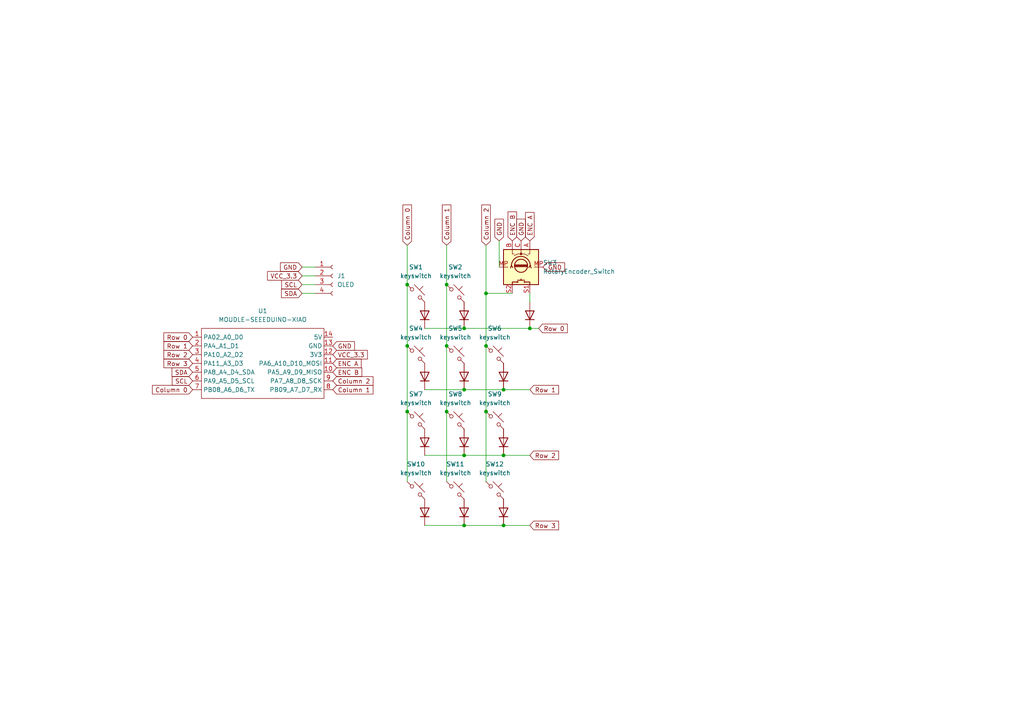
<source format=kicad_sch>
(kicad_sch
	(version 20250114)
	(generator "eeschema")
	(generator_version "9.0")
	(uuid "04506838-8c22-4053-a1b8-cf7d5ddb23d6")
	(paper "A4")
	(lib_symbols
		(symbol "Connector:Conn_01x04_Socket"
			(pin_names
				(offset 1.016)
				(hide yes)
			)
			(exclude_from_sim no)
			(in_bom yes)
			(on_board yes)
			(property "Reference" "J"
				(at 0 5.08 0)
				(effects
					(font
						(size 1.27 1.27)
					)
				)
			)
			(property "Value" "Conn_01x04_Socket"
				(at 0 -7.62 0)
				(effects
					(font
						(size 1.27 1.27)
					)
				)
			)
			(property "Footprint" ""
				(at 0 0 0)
				(effects
					(font
						(size 1.27 1.27)
					)
					(hide yes)
				)
			)
			(property "Datasheet" "~"
				(at 0 0 0)
				(effects
					(font
						(size 1.27 1.27)
					)
					(hide yes)
				)
			)
			(property "Description" "Generic connector, single row, 01x04, script generated"
				(at 0 0 0)
				(effects
					(font
						(size 1.27 1.27)
					)
					(hide yes)
				)
			)
			(property "ki_locked" ""
				(at 0 0 0)
				(effects
					(font
						(size 1.27 1.27)
					)
				)
			)
			(property "ki_keywords" "connector"
				(at 0 0 0)
				(effects
					(font
						(size 1.27 1.27)
					)
					(hide yes)
				)
			)
			(property "ki_fp_filters" "Connector*:*_1x??_*"
				(at 0 0 0)
				(effects
					(font
						(size 1.27 1.27)
					)
					(hide yes)
				)
			)
			(symbol "Conn_01x04_Socket_1_1"
				(polyline
					(pts
						(xy -1.27 2.54) (xy -0.508 2.54)
					)
					(stroke
						(width 0.1524)
						(type default)
					)
					(fill
						(type none)
					)
				)
				(polyline
					(pts
						(xy -1.27 0) (xy -0.508 0)
					)
					(stroke
						(width 0.1524)
						(type default)
					)
					(fill
						(type none)
					)
				)
				(polyline
					(pts
						(xy -1.27 -2.54) (xy -0.508 -2.54)
					)
					(stroke
						(width 0.1524)
						(type default)
					)
					(fill
						(type none)
					)
				)
				(polyline
					(pts
						(xy -1.27 -5.08) (xy -0.508 -5.08)
					)
					(stroke
						(width 0.1524)
						(type default)
					)
					(fill
						(type none)
					)
				)
				(arc
					(start 0 2.032)
					(mid -0.5058 2.54)
					(end 0 3.048)
					(stroke
						(width 0.1524)
						(type default)
					)
					(fill
						(type none)
					)
				)
				(arc
					(start 0 -0.508)
					(mid -0.5058 0)
					(end 0 0.508)
					(stroke
						(width 0.1524)
						(type default)
					)
					(fill
						(type none)
					)
				)
				(arc
					(start 0 -3.048)
					(mid -0.5058 -2.54)
					(end 0 -2.032)
					(stroke
						(width 0.1524)
						(type default)
					)
					(fill
						(type none)
					)
				)
				(arc
					(start 0 -5.588)
					(mid -0.5058 -5.08)
					(end 0 -4.572)
					(stroke
						(width 0.1524)
						(type default)
					)
					(fill
						(type none)
					)
				)
				(pin passive line
					(at -5.08 2.54 0)
					(length 3.81)
					(name "Pin_1"
						(effects
							(font
								(size 1.27 1.27)
							)
						)
					)
					(number "1"
						(effects
							(font
								(size 1.27 1.27)
							)
						)
					)
				)
				(pin passive line
					(at -5.08 0 0)
					(length 3.81)
					(name "Pin_2"
						(effects
							(font
								(size 1.27 1.27)
							)
						)
					)
					(number "2"
						(effects
							(font
								(size 1.27 1.27)
							)
						)
					)
				)
				(pin passive line
					(at -5.08 -2.54 0)
					(length 3.81)
					(name "Pin_3"
						(effects
							(font
								(size 1.27 1.27)
							)
						)
					)
					(number "3"
						(effects
							(font
								(size 1.27 1.27)
							)
						)
					)
				)
				(pin passive line
					(at -5.08 -5.08 0)
					(length 3.81)
					(name "Pin_4"
						(effects
							(font
								(size 1.27 1.27)
							)
						)
					)
					(number "4"
						(effects
							(font
								(size 1.27 1.27)
							)
						)
					)
				)
			)
			(embedded_fonts no)
		)
		(symbol "Device:RotaryEncoder_Switch"
			(pin_names
				(offset 0.254)
				(hide yes)
			)
			(exclude_from_sim no)
			(in_bom yes)
			(on_board yes)
			(property "Reference" "SW3"
				(at -1.2701 6.35 90)
				(effects
					(font
						(size 1.27 1.27)
					)
					(justify left)
				)
			)
			(property "Value" "RotaryEncoder_Switch"
				(at 1.2699 6.35 90)
				(effects
					(font
						(size 1.27 1.27)
					)
					(justify left)
				)
			)
			(property "Footprint" "Rotary_Encoder:RotaryEncoder_Alps_EC11E-Switch_Vertical_H20mm"
				(at -3.81 4.064 0)
				(effects
					(font
						(size 1.27 1.27)
					)
					(hide yes)
				)
			)
			(property "Datasheet" "~"
				(at 0 6.604 0)
				(effects
					(font
						(size 1.27 1.27)
					)
					(hide yes)
				)
			)
			(property "Description" "Rotary encoder, dual channel, incremental quadrate outputs, with switch"
				(at 0 0 0)
				(effects
					(font
						(size 1.27 1.27)
					)
					(hide yes)
				)
			)
			(property "ki_keywords" "rotary switch encoder switch push button"
				(at 0 0 0)
				(effects
					(font
						(size 1.27 1.27)
					)
					(hide yes)
				)
			)
			(property "ki_fp_filters" "RotaryEncoder*Switch*"
				(at 0 0 0)
				(effects
					(font
						(size 1.27 1.27)
					)
					(hide yes)
				)
			)
			(symbol "RotaryEncoder_Switch_0_1"
				(rectangle
					(start -5.08 5.08)
					(end 5.08 -5.08)
					(stroke
						(width 0.254)
						(type default)
					)
					(fill
						(type background)
					)
				)
				(polyline
					(pts
						(xy -5.08 2.54) (xy -3.81 2.54) (xy -3.81 2.032)
					)
					(stroke
						(width 0)
						(type default)
					)
					(fill
						(type none)
					)
				)
				(polyline
					(pts
						(xy -5.08 0) (xy -3.81 0) (xy -3.81 -1.016) (xy -3.302 -2.032)
					)
					(stroke
						(width 0)
						(type default)
					)
					(fill
						(type none)
					)
				)
				(polyline
					(pts
						(xy -5.08 -2.54) (xy -3.81 -2.54) (xy -3.81 -2.032)
					)
					(stroke
						(width 0)
						(type default)
					)
					(fill
						(type none)
					)
				)
				(polyline
					(pts
						(xy -4.318 0) (xy -3.81 0) (xy -3.81 1.016) (xy -3.302 2.032)
					)
					(stroke
						(width 0)
						(type default)
					)
					(fill
						(type none)
					)
				)
				(circle
					(center -3.81 0)
					(radius 0.254)
					(stroke
						(width 0)
						(type default)
					)
					(fill
						(type outline)
					)
				)
				(polyline
					(pts
						(xy -0.635 -1.778) (xy -0.635 1.778)
					)
					(stroke
						(width 0.254)
						(type default)
					)
					(fill
						(type none)
					)
				)
				(circle
					(center -0.381 0)
					(radius 1.905)
					(stroke
						(width 0.254)
						(type default)
					)
					(fill
						(type none)
					)
				)
				(polyline
					(pts
						(xy -0.381 -1.778) (xy -0.381 1.778)
					)
					(stroke
						(width 0.254)
						(type default)
					)
					(fill
						(type none)
					)
				)
				(arc
					(start -0.381 -2.794)
					(mid -3.0988 -0.0635)
					(end -0.381 2.667)
					(stroke
						(width 0.254)
						(type default)
					)
					(fill
						(type none)
					)
				)
				(polyline
					(pts
						(xy -0.127 1.778) (xy -0.127 -1.778)
					)
					(stroke
						(width 0.254)
						(type default)
					)
					(fill
						(type none)
					)
				)
				(polyline
					(pts
						(xy 0.254 2.921) (xy -0.508 2.667) (xy 0.127 2.286)
					)
					(stroke
						(width 0.254)
						(type default)
					)
					(fill
						(type none)
					)
				)
				(polyline
					(pts
						(xy 0.254 -3.048) (xy -0.508 -2.794) (xy 0.127 -2.413)
					)
					(stroke
						(width 0.254)
						(type default)
					)
					(fill
						(type none)
					)
				)
				(polyline
					(pts
						(xy 3.81 1.016) (xy 3.81 -1.016)
					)
					(stroke
						(width 0.254)
						(type default)
					)
					(fill
						(type none)
					)
				)
				(polyline
					(pts
						(xy 3.81 0) (xy 3.429 0)
					)
					(stroke
						(width 0.254)
						(type default)
					)
					(fill
						(type none)
					)
				)
				(circle
					(center 4.318 1.016)
					(radius 0.127)
					(stroke
						(width 0.254)
						(type default)
					)
					(fill
						(type none)
					)
				)
				(circle
					(center 4.318 -1.016)
					(radius 0.127)
					(stroke
						(width 0.254)
						(type default)
					)
					(fill
						(type none)
					)
				)
				(polyline
					(pts
						(xy 5.08 2.54) (xy 4.318 2.54) (xy 4.318 1.016)
					)
					(stroke
						(width 0.254)
						(type default)
					)
					(fill
						(type none)
					)
				)
				(polyline
					(pts
						(xy 5.08 -2.54) (xy 4.318 -2.54) (xy 4.318 -1.016)
					)
					(stroke
						(width 0.254)
						(type default)
					)
					(fill
						(type none)
					)
				)
			)
			(symbol "RotaryEncoder_Switch_1_1"
				(pin passive line
					(at -7.62 2.54 0)
					(length 2.54)
					(name "A"
						(effects
							(font
								(size 1.27 1.27)
							)
						)
					)
					(number "A"
						(effects
							(font
								(size 1.27 1.27)
							)
						)
					)
				)
				(pin passive line
					(at -7.62 0 0)
					(length 2.54)
					(name "C"
						(effects
							(font
								(size 1.27 1.27)
							)
						)
					)
					(number "C"
						(effects
							(font
								(size 1.27 1.27)
							)
						)
					)
				)
				(pin passive line
					(at -7.62 -2.54 0)
					(length 2.54)
					(name "B"
						(effects
							(font
								(size 1.27 1.27)
							)
						)
					)
					(number "B"
						(effects
							(font
								(size 1.27 1.27)
							)
						)
					)
				)
				(pin input line
					(at 0 6.35 270)
					(length 2.54)
					(name "MP"
						(effects
							(font
								(size 1.27 1.27)
							)
						)
					)
					(number "MP"
						(effects
							(font
								(size 1.27 1.27)
							)
						)
					)
				)
				(pin input line
					(at 0 -6.35 90)
					(length 2.54)
					(name "MP"
						(effects
							(font
								(size 1.27 1.27)
							)
						)
					)
					(number "MP"
						(effects
							(font
								(size 1.27 1.27)
							)
						)
					)
				)
				(pin passive line
					(at 7.62 2.54 180)
					(length 2.54)
					(name "S1"
						(effects
							(font
								(size 1.27 1.27)
							)
						)
					)
					(number "S1"
						(effects
							(font
								(size 1.27 1.27)
							)
						)
					)
				)
				(pin passive line
					(at 7.62 -2.54 180)
					(length 2.54)
					(name "S2"
						(effects
							(font
								(size 1.27 1.27)
							)
						)
					)
					(number "S2"
						(effects
							(font
								(size 1.27 1.27)
							)
						)
					)
				)
			)
			(embedded_fonts no)
		)
		(symbol "Diode:1N4148"
			(pin_numbers
				(hide yes)
			)
			(pin_names
				(hide yes)
			)
			(exclude_from_sim no)
			(in_bom yes)
			(on_board yes)
			(property "Reference" "D"
				(at 0 2.54 0)
				(effects
					(font
						(size 1.27 1.27)
					)
				)
			)
			(property "Value" "1N4148"
				(at 0 -2.54 0)
				(effects
					(font
						(size 1.27 1.27)
					)
				)
			)
			(property "Footprint" "Diode_THT:D_DO-35_SOD27_P7.62mm_Horizontal"
				(at 0 0 0)
				(effects
					(font
						(size 1.27 1.27)
					)
					(hide yes)
				)
			)
			(property "Datasheet" "https://assets.nexperia.com/documents/data-sheet/1N4148_1N4448.pdf"
				(at 0 0 0)
				(effects
					(font
						(size 1.27 1.27)
					)
					(hide yes)
				)
			)
			(property "Description" "100V 0.15A standard switching diode, DO-35"
				(at 0 0 0)
				(effects
					(font
						(size 1.27 1.27)
					)
					(hide yes)
				)
			)
			(property "Sim.Device" "D"
				(at 0 0 0)
				(effects
					(font
						(size 1.27 1.27)
					)
					(hide yes)
				)
			)
			(property "Sim.Pins" "1=K 2=A"
				(at 0 0 0)
				(effects
					(font
						(size 1.27 1.27)
					)
					(hide yes)
				)
			)
			(property "ki_keywords" "diode"
				(at 0 0 0)
				(effects
					(font
						(size 1.27 1.27)
					)
					(hide yes)
				)
			)
			(property "ki_fp_filters" "D*DO?35*"
				(at 0 0 0)
				(effects
					(font
						(size 1.27 1.27)
					)
					(hide yes)
				)
			)
			(symbol "1N4148_0_1"
				(polyline
					(pts
						(xy -1.27 1.27) (xy -1.27 -1.27)
					)
					(stroke
						(width 0.254)
						(type default)
					)
					(fill
						(type none)
					)
				)
				(polyline
					(pts
						(xy 1.27 1.27) (xy 1.27 -1.27) (xy -1.27 0) (xy 1.27 1.27)
					)
					(stroke
						(width 0.254)
						(type default)
					)
					(fill
						(type none)
					)
				)
				(polyline
					(pts
						(xy 1.27 0) (xy -1.27 0)
					)
					(stroke
						(width 0)
						(type default)
					)
					(fill
						(type none)
					)
				)
			)
			(symbol "1N4148_1_1"
				(pin passive line
					(at -3.81 0 0)
					(length 2.54)
					(name "K"
						(effects
							(font
								(size 1.27 1.27)
							)
						)
					)
					(number "1"
						(effects
							(font
								(size 1.27 1.27)
							)
						)
					)
				)
				(pin passive line
					(at 3.81 0 180)
					(length 2.54)
					(name "A"
						(effects
							(font
								(size 1.27 1.27)
							)
						)
					)
					(number "2"
						(effects
							(font
								(size 1.27 1.27)
							)
						)
					)
				)
			)
			(embedded_fonts no)
		)
		(symbol "Switch:SW_Push_45deg"
			(pin_numbers
				(hide yes)
			)
			(pin_names
				(offset 1.016)
				(hide yes)
			)
			(exclude_from_sim no)
			(in_bom yes)
			(on_board yes)
			(property "Reference" "SW"
				(at 3.048 1.016 0)
				(effects
					(font
						(size 1.27 1.27)
					)
					(justify left)
				)
			)
			(property "Value" "keyswitch-45"
				(at 0 -3.81 0)
				(effects
					(font
						(size 1.27 1.27)
					)
				)
			)
			(property "Footprint" ""
				(at 0 0 0)
				(effects
					(font
						(size 1.27 1.27)
					)
					(hide yes)
				)
			)
			(property "Datasheet" "~"
				(at 0 0 0)
				(effects
					(font
						(size 1.27 1.27)
					)
					(hide yes)
				)
			)
			(property "Description" "Push button switch, normally open, two pins, 45° tilted"
				(at 0 0 0)
				(effects
					(font
						(size 1.27 1.27)
					)
					(hide yes)
				)
			)
			(property "ki_keywords" "switch normally-open pushbutton push-button"
				(at 0 0 0)
				(effects
					(font
						(size 1.27 1.27)
					)
					(hide yes)
				)
			)
			(symbol "SW_Push_45deg_0_1"
				(polyline
					(pts
						(xy -2.54 2.54) (xy -1.524 1.524) (xy -1.524 1.524)
					)
					(stroke
						(width 0)
						(type default)
					)
					(fill
						(type none)
					)
				)
				(circle
					(center -1.1684 1.1684)
					(radius 0.508)
					(stroke
						(width 0)
						(type default)
					)
					(fill
						(type none)
					)
				)
				(polyline
					(pts
						(xy -0.508 2.54) (xy 2.54 -0.508)
					)
					(stroke
						(width 0)
						(type default)
					)
					(fill
						(type none)
					)
				)
				(polyline
					(pts
						(xy 1.016 1.016) (xy 2.032 2.032)
					)
					(stroke
						(width 0)
						(type default)
					)
					(fill
						(type none)
					)
				)
				(circle
					(center 1.143 -1.1938)
					(radius 0.508)
					(stroke
						(width 0)
						(type default)
					)
					(fill
						(type none)
					)
				)
				(polyline
					(pts
						(xy 1.524 -1.524) (xy 2.54 -2.54) (xy 2.54 -2.54) (xy 2.54 -2.54)
					)
					(stroke
						(width 0)
						(type default)
					)
					(fill
						(type none)
					)
				)
				(pin passive line
					(at -2.54 2.54 0)
					(length 0)
					(name "1"
						(effects
							(font
								(size 1.27 1.27)
							)
						)
					)
					(number "1"
						(effects
							(font
								(size 1.27 1.27)
							)
						)
					)
				)
				(pin passive line
					(at 2.54 -2.54 180)
					(length 0)
					(name "2"
						(effects
							(font
								(size 1.27 1.27)
							)
						)
					)
					(number "2"
						(effects
							(font
								(size 1.27 1.27)
							)
						)
					)
				)
			)
			(embedded_fonts no)
		)
		(symbol "XIAO_RP2040:MOUDLE-SEEEDUINO-XIAO"
			(exclude_from_sim no)
			(in_bom yes)
			(on_board yes)
			(property "Reference" "U"
				(at -16.51 11.43 0)
				(effects
					(font
						(size 1.27 1.27)
					)
				)
			)
			(property "Value" "MOUDLE-SEEEDUINO-XIAO"
				(at -3.81 -11.43 0)
				(effects
					(font
						(size 1.27 1.27)
					)
				)
			)
			(property "Footprint" ""
				(at -16.51 2.54 0)
				(effects
					(font
						(size 1.27 1.27)
					)
					(hide yes)
				)
			)
			(property "Datasheet" ""
				(at -16.51 2.54 0)
				(effects
					(font
						(size 1.27 1.27)
					)
					(hide yes)
				)
			)
			(property "Description" ""
				(at 0 0 0)
				(effects
					(font
						(size 1.27 1.27)
					)
					(hide yes)
				)
			)
			(symbol "MOUDLE-SEEEDUINO-XIAO_0_1"
				(rectangle
					(start -16.51 10.16)
					(end 19.05 -10.16)
					(stroke
						(width 0)
						(type default)
					)
					(fill
						(type none)
					)
				)
			)
			(symbol "MOUDLE-SEEEDUINO-XIAO_1_1"
				(pin passive line
					(at -19.05 7.62 0)
					(length 2.54)
					(name "PA02_A0_D0"
						(effects
							(font
								(size 1.27 1.27)
							)
						)
					)
					(number "1"
						(effects
							(font
								(size 1.27 1.27)
							)
						)
					)
				)
				(pin passive line
					(at -19.05 5.08 0)
					(length 2.54)
					(name "PA4_A1_D1"
						(effects
							(font
								(size 1.27 1.27)
							)
						)
					)
					(number "2"
						(effects
							(font
								(size 1.27 1.27)
							)
						)
					)
				)
				(pin passive line
					(at -19.05 2.54 0)
					(length 2.54)
					(name "PA10_A2_D2"
						(effects
							(font
								(size 1.27 1.27)
							)
						)
					)
					(number "3"
						(effects
							(font
								(size 1.27 1.27)
							)
						)
					)
				)
				(pin passive line
					(at -19.05 0 0)
					(length 2.54)
					(name "PA11_A3_D3"
						(effects
							(font
								(size 1.27 1.27)
							)
						)
					)
					(number "4"
						(effects
							(font
								(size 1.27 1.27)
							)
						)
					)
				)
				(pin passive line
					(at -19.05 -2.54 0)
					(length 2.54)
					(name "PA8_A4_D4_SDA"
						(effects
							(font
								(size 1.27 1.27)
							)
						)
					)
					(number "5"
						(effects
							(font
								(size 1.27 1.27)
							)
						)
					)
				)
				(pin passive line
					(at -19.05 -5.08 0)
					(length 2.54)
					(name "PA9_A5_D5_SCL"
						(effects
							(font
								(size 1.27 1.27)
							)
						)
					)
					(number "6"
						(effects
							(font
								(size 1.27 1.27)
							)
						)
					)
				)
				(pin passive line
					(at -19.05 -7.62 0)
					(length 2.54)
					(name "PB08_A6_D6_TX"
						(effects
							(font
								(size 1.27 1.27)
							)
						)
					)
					(number "7"
						(effects
							(font
								(size 1.27 1.27)
							)
						)
					)
				)
				(pin passive line
					(at 21.59 7.62 180)
					(length 2.54)
					(name "5V"
						(effects
							(font
								(size 1.27 1.27)
							)
						)
					)
					(number "14"
						(effects
							(font
								(size 1.27 1.27)
							)
						)
					)
				)
				(pin passive line
					(at 21.59 5.08 180)
					(length 2.54)
					(name "GND"
						(effects
							(font
								(size 1.27 1.27)
							)
						)
					)
					(number "13"
						(effects
							(font
								(size 1.27 1.27)
							)
						)
					)
				)
				(pin passive line
					(at 21.59 2.54 180)
					(length 2.54)
					(name "3V3"
						(effects
							(font
								(size 1.27 1.27)
							)
						)
					)
					(number "12"
						(effects
							(font
								(size 1.27 1.27)
							)
						)
					)
				)
				(pin passive line
					(at 21.59 0 180)
					(length 2.54)
					(name "PA6_A10_D10_MOSI"
						(effects
							(font
								(size 1.27 1.27)
							)
						)
					)
					(number "11"
						(effects
							(font
								(size 1.27 1.27)
							)
						)
					)
				)
				(pin passive line
					(at 21.59 -2.54 180)
					(length 2.54)
					(name "PA5_A9_D9_MISO"
						(effects
							(font
								(size 1.27 1.27)
							)
						)
					)
					(number "10"
						(effects
							(font
								(size 1.27 1.27)
							)
						)
					)
				)
				(pin passive line
					(at 21.59 -5.08 180)
					(length 2.54)
					(name "PA7_A8_D8_SCK"
						(effects
							(font
								(size 1.27 1.27)
							)
						)
					)
					(number "9"
						(effects
							(font
								(size 1.27 1.27)
							)
						)
					)
				)
				(pin passive line
					(at 21.59 -7.62 180)
					(length 2.54)
					(name "PB09_A7_D7_RX"
						(effects
							(font
								(size 1.27 1.27)
							)
						)
					)
					(number "8"
						(effects
							(font
								(size 1.27 1.27)
							)
						)
					)
				)
			)
			(embedded_fonts no)
		)
	)
	(junction
		(at 146.05 113.03)
		(diameter 0)
		(color 0 0 0 0)
		(uuid "0875277a-053c-4f00-9d20-aeea7f564c03")
	)
	(junction
		(at 118.11 82.55)
		(diameter 0)
		(color 0 0 0 0)
		(uuid "18fe6405-26df-47fa-9f22-d70274fc0cdd")
	)
	(junction
		(at 129.54 82.55)
		(diameter 0)
		(color 0 0 0 0)
		(uuid "1eb1b2c1-24da-4d28-9b8b-16132e7a5f96")
	)
	(junction
		(at 118.11 100.33)
		(diameter 0)
		(color 0 0 0 0)
		(uuid "22cb9338-177b-4596-b2c9-c929c7e5592f")
	)
	(junction
		(at 134.62 95.25)
		(diameter 0)
		(color 0 0 0 0)
		(uuid "2dc5be25-2a75-47b0-bf03-9cb45749a253")
	)
	(junction
		(at 153.67 95.25)
		(diameter 0)
		(color 0 0 0 0)
		(uuid "549bd4ed-e5e5-4229-886e-35c42d767b02")
	)
	(junction
		(at 146.05 152.4)
		(diameter 0)
		(color 0 0 0 0)
		(uuid "5d9839d7-36ab-4967-bf22-0f8a3a9fbd6f")
	)
	(junction
		(at 140.97 85.09)
		(diameter 0)
		(color 0 0 0 0)
		(uuid "6da74e93-798f-48ac-9a3a-1c75af5e278f")
	)
	(junction
		(at 140.97 100.33)
		(diameter 0)
		(color 0 0 0 0)
		(uuid "6e7cc169-afee-4904-ac17-3ff0913bd146")
	)
	(junction
		(at 146.05 132.08)
		(diameter 0)
		(color 0 0 0 0)
		(uuid "84ee12b1-2183-4622-8fec-7e7a90d9dc86")
	)
	(junction
		(at 129.54 119.38)
		(diameter 0)
		(color 0 0 0 0)
		(uuid "8d3b3c37-260d-4029-893a-2c424ae50884")
	)
	(junction
		(at 140.97 119.38)
		(diameter 0)
		(color 0 0 0 0)
		(uuid "9036b869-91a3-44f4-ab61-b20e60bbaf87")
	)
	(junction
		(at 129.54 100.33)
		(diameter 0)
		(color 0 0 0 0)
		(uuid "990d88ce-da5b-4242-a6da-b1948c59dd55")
	)
	(junction
		(at 134.62 152.4)
		(diameter 0)
		(color 0 0 0 0)
		(uuid "9e89ec6e-9ca8-4ba3-a05b-79067fe3e48b")
	)
	(junction
		(at 118.11 119.38)
		(diameter 0)
		(color 0 0 0 0)
		(uuid "a53ddb01-b0da-4906-828a-ceafb7d080d1")
	)
	(junction
		(at 134.62 113.03)
		(diameter 0)
		(color 0 0 0 0)
		(uuid "b7792e58-afc3-428c-8fda-28a173a9b1c8")
	)
	(junction
		(at 134.62 132.08)
		(diameter 0)
		(color 0 0 0 0)
		(uuid "da65ac63-8e43-4d07-ab6d-40495f7ec639")
	)
	(wire
		(pts
			(xy 144.78 69.85) (xy 144.78 77.47)
		)
		(stroke
			(width 0)
			(type default)
		)
		(uuid "0362acaa-3336-494a-9b50-4b25226e095b")
	)
	(wire
		(pts
			(xy 123.19 113.03) (xy 134.62 113.03)
		)
		(stroke
			(width 0)
			(type default)
		)
		(uuid "0c2cd938-431b-4920-a8f4-1591c979b0e5")
	)
	(wire
		(pts
			(xy 118.11 100.33) (xy 118.11 119.38)
		)
		(stroke
			(width 0)
			(type default)
		)
		(uuid "1510e21c-8e0e-4b18-9083-b207261408ec")
	)
	(wire
		(pts
			(xy 153.67 85.09) (xy 153.67 87.63)
		)
		(stroke
			(width 0)
			(type default)
		)
		(uuid "181b1fc4-ecdf-4fa4-894e-3c5411d3ab4d")
	)
	(wire
		(pts
			(xy 91.44 85.09) (xy 87.63 85.09)
		)
		(stroke
			(width 0)
			(type default)
		)
		(uuid "35afb599-4697-416d-a8aa-ba0f0fe04754")
	)
	(wire
		(pts
			(xy 134.62 132.08) (xy 146.05 132.08)
		)
		(stroke
			(width 0)
			(type default)
		)
		(uuid "414f7155-4c6e-4333-809e-6f3a28ce68fa")
	)
	(wire
		(pts
			(xy 140.97 100.33) (xy 140.97 119.38)
		)
		(stroke
			(width 0)
			(type default)
		)
		(uuid "481a37a9-0639-472c-aba4-6d9d99a64e9a")
	)
	(wire
		(pts
			(xy 140.97 119.38) (xy 140.97 139.7)
		)
		(stroke
			(width 0)
			(type default)
		)
		(uuid "48eefe3d-fa3e-40ab-b5ab-550e745d54c8")
	)
	(wire
		(pts
			(xy 134.62 95.25) (xy 153.67 95.25)
		)
		(stroke
			(width 0)
			(type default)
		)
		(uuid "4d207fc4-a0eb-43f9-b6c1-9b22bddcdabd")
	)
	(wire
		(pts
			(xy 129.54 100.33) (xy 129.54 119.38)
		)
		(stroke
			(width 0)
			(type default)
		)
		(uuid "4df1eb40-c432-4100-a484-7fba688afa82")
	)
	(wire
		(pts
			(xy 123.19 132.08) (xy 134.62 132.08)
		)
		(stroke
			(width 0)
			(type default)
		)
		(uuid "535ffe87-3ec1-4500-ac99-98aec4727cb7")
	)
	(wire
		(pts
			(xy 129.54 82.55) (xy 129.54 100.33)
		)
		(stroke
			(width 0)
			(type default)
		)
		(uuid "55717068-e3ab-40da-a345-1e6485369277")
	)
	(wire
		(pts
			(xy 91.44 82.55) (xy 87.63 82.55)
		)
		(stroke
			(width 0)
			(type default)
		)
		(uuid "57ac1ceb-d769-48a1-99b9-0ca6faa2c7fe")
	)
	(wire
		(pts
			(xy 146.05 132.08) (xy 153.67 132.08)
		)
		(stroke
			(width 0)
			(type default)
		)
		(uuid "61464601-d742-455a-a76f-fc5ebb111aae")
	)
	(wire
		(pts
			(xy 146.05 152.4) (xy 153.67 152.4)
		)
		(stroke
			(width 0)
			(type default)
		)
		(uuid "7861375a-14da-4f57-a15a-e1761d16c9a2")
	)
	(wire
		(pts
			(xy 129.54 71.12) (xy 129.54 82.55)
		)
		(stroke
			(width 0)
			(type default)
		)
		(uuid "7b8941ba-9a9c-40ea-a452-344c433f2c3b")
	)
	(wire
		(pts
			(xy 118.11 82.55) (xy 118.11 100.33)
		)
		(stroke
			(width 0)
			(type default)
		)
		(uuid "82881e1f-1132-4217-8503-9682066efec3")
	)
	(wire
		(pts
			(xy 123.19 95.25) (xy 134.62 95.25)
		)
		(stroke
			(width 0)
			(type default)
		)
		(uuid "9549503e-ccb4-40a4-887e-c59f85d613b0")
	)
	(wire
		(pts
			(xy 118.11 119.38) (xy 118.11 139.7)
		)
		(stroke
			(width 0)
			(type default)
		)
		(uuid "a872c4e1-31b9-4e42-80bb-1f83ab4e4576")
	)
	(wire
		(pts
			(xy 91.44 77.47) (xy 87.63 77.47)
		)
		(stroke
			(width 0)
			(type default)
		)
		(uuid "aec64dfa-f28f-463b-b48f-e3f65efd8cf4")
	)
	(wire
		(pts
			(xy 140.97 71.12) (xy 140.97 85.09)
		)
		(stroke
			(width 0)
			(type default)
		)
		(uuid "b43839d2-0f32-4bb4-bab2-c1acba048247")
	)
	(wire
		(pts
			(xy 134.62 152.4) (xy 146.05 152.4)
		)
		(stroke
			(width 0)
			(type default)
		)
		(uuid "bca5f225-9a06-45a1-b8ea-172b84f3e0c8")
	)
	(wire
		(pts
			(xy 140.97 85.09) (xy 140.97 100.33)
		)
		(stroke
			(width 0)
			(type default)
		)
		(uuid "c05a967f-4e8a-4c6b-b3fb-28114def9dd1")
	)
	(wire
		(pts
			(xy 118.11 71.12) (xy 118.11 82.55)
		)
		(stroke
			(width 0)
			(type default)
		)
		(uuid "c3dd6c52-9495-406f-9f4b-5d8ce81a6650")
	)
	(wire
		(pts
			(xy 91.44 80.01) (xy 87.63 80.01)
		)
		(stroke
			(width 0)
			(type default)
		)
		(uuid "cba386ee-edd1-49cc-8bdd-84ba664ca816")
	)
	(wire
		(pts
			(xy 146.05 113.03) (xy 153.67 113.03)
		)
		(stroke
			(width 0)
			(type default)
		)
		(uuid "d1c30835-ba01-418c-b7b9-6a02c61080d7")
	)
	(wire
		(pts
			(xy 123.19 152.4) (xy 134.62 152.4)
		)
		(stroke
			(width 0)
			(type default)
		)
		(uuid "d6d39aa1-c995-4b57-b5de-5986f42f195b")
	)
	(wire
		(pts
			(xy 134.62 113.03) (xy 146.05 113.03)
		)
		(stroke
			(width 0)
			(type default)
		)
		(uuid "dabb02bc-331a-4716-b3d0-8363fd739db0")
	)
	(wire
		(pts
			(xy 148.59 85.09) (xy 140.97 85.09)
		)
		(stroke
			(width 0)
			(type default)
		)
		(uuid "e157d480-7f62-43bc-9ff3-ac6cb82cd1cf")
	)
	(wire
		(pts
			(xy 129.54 119.38) (xy 129.54 139.7)
		)
		(stroke
			(width 0)
			(type default)
		)
		(uuid "f85a0664-f592-49f1-aba9-2cf30a8fd9fe")
	)
	(wire
		(pts
			(xy 153.67 95.25) (xy 156.21 95.25)
		)
		(stroke
			(width 0)
			(type default)
		)
		(uuid "fe391ae9-2bd6-4ca2-ac40-ca3fac2a9817")
	)
	(global_label "ENC A"
		(shape input)
		(at 153.67 69.85 90)
		(fields_autoplaced yes)
		(effects
			(font
				(size 1.27 1.27)
			)
			(justify left)
		)
		(uuid "07d6fa1b-5a73-4d3a-aa00-262a8cc4f523")
		(property "Intersheetrefs" "${INTERSHEET_REFS}"
			(at 153.67 61.0591 90)
			(effects
				(font
					(size 1.27 1.27)
				)
				(justify left)
				(hide yes)
			)
		)
	)
	(global_label "SDA"
		(shape input)
		(at 87.63 85.09 180)
		(fields_autoplaced yes)
		(effects
			(font
				(size 1.27 1.27)
			)
			(justify right)
		)
		(uuid "1c0cffa0-dda9-47d8-bc66-b0b17faf0dbb")
		(property "Intersheetrefs" "${INTERSHEET_REFS}"
			(at 81.0767 85.09 0)
			(effects
				(font
					(size 1.27 1.27)
				)
				(justify right)
				(hide yes)
			)
		)
	)
	(global_label "Row 1"
		(shape input)
		(at 55.88 100.33 180)
		(fields_autoplaced yes)
		(effects
			(font
				(size 1.27 1.27)
			)
			(justify right)
		)
		(uuid "44f8d8f0-5af2-4993-a9ab-40aeb62779d5")
		(property "Intersheetrefs" "${INTERSHEET_REFS}"
			(at 46.9682 100.33 0)
			(effects
				(font
					(size 1.27 1.27)
				)
				(justify right)
				(hide yes)
			)
		)
	)
	(global_label "SCL"
		(shape input)
		(at 87.63 82.55 180)
		(fields_autoplaced yes)
		(effects
			(font
				(size 1.27 1.27)
			)
			(justify right)
		)
		(uuid "4b090cbd-3ee1-4e56-9b0f-abeb6bbe8182")
		(property "Intersheetrefs" "${INTERSHEET_REFS}"
			(at 81.1372 82.55 0)
			(effects
				(font
					(size 1.27 1.27)
				)
				(justify right)
				(hide yes)
			)
		)
	)
	(global_label "Column 0"
		(shape input)
		(at 118.11 71.12 90)
		(fields_autoplaced yes)
		(effects
			(font
				(size 1.27 1.27)
			)
			(justify left)
		)
		(uuid "4f1796f7-6395-4859-8f16-fb039276ecc6")
		(property "Intersheetrefs" "${INTERSHEET_REFS}"
			(at 118.11 58.8822 90)
			(effects
				(font
					(size 1.27 1.27)
				)
				(justify left)
				(hide yes)
			)
		)
	)
	(global_label "Row 3"
		(shape input)
		(at 55.88 105.41 180)
		(fields_autoplaced yes)
		(effects
			(font
				(size 1.27 1.27)
			)
			(justify right)
		)
		(uuid "51989da1-b7fe-4ed5-97ae-dc5c62e8f1fe")
		(property "Intersheetrefs" "${INTERSHEET_REFS}"
			(at 46.9682 105.41 0)
			(effects
				(font
					(size 1.27 1.27)
				)
				(justify right)
				(hide yes)
			)
		)
	)
	(global_label "Row 2"
		(shape input)
		(at 55.88 102.87 180)
		(fields_autoplaced yes)
		(effects
			(font
				(size 1.27 1.27)
			)
			(justify right)
		)
		(uuid "629c4a61-3927-45e4-9e34-9b857d2e7cbb")
		(property "Intersheetrefs" "${INTERSHEET_REFS}"
			(at 46.9682 102.87 0)
			(effects
				(font
					(size 1.27 1.27)
				)
				(justify right)
				(hide yes)
			)
		)
	)
	(global_label "ENC B"
		(shape input)
		(at 148.59 69.85 90)
		(fields_autoplaced yes)
		(effects
			(font
				(size 1.27 1.27)
			)
			(justify left)
		)
		(uuid "66fe436b-5d18-4634-9e1a-255e4d52c596")
		(property "Intersheetrefs" "${INTERSHEET_REFS}"
			(at 148.59 60.8777 90)
			(effects
				(font
					(size 1.27 1.27)
				)
				(justify left)
				(hide yes)
			)
		)
	)
	(global_label "Row 2"
		(shape input)
		(at 153.67 132.08 0)
		(fields_autoplaced yes)
		(effects
			(font
				(size 1.27 1.27)
			)
			(justify left)
		)
		(uuid "6f2a2ea8-d9e2-4603-825a-cf3f679352d5")
		(property "Intersheetrefs" "${INTERSHEET_REFS}"
			(at 162.5818 132.08 0)
			(effects
				(font
					(size 1.27 1.27)
				)
				(justify left)
				(hide yes)
			)
		)
	)
	(global_label "GND"
		(shape input)
		(at 144.78 69.85 90)
		(fields_autoplaced yes)
		(effects
			(font
				(size 1.27 1.27)
			)
			(justify left)
		)
		(uuid "706b505c-5407-426d-9452-783831b5fc40")
		(property "Intersheetrefs" "${INTERSHEET_REFS}"
			(at 144.78 62.9943 90)
			(effects
				(font
					(size 1.27 1.27)
				)
				(justify left)
				(hide yes)
			)
		)
	)
	(global_label "Column 2"
		(shape input)
		(at 140.97 71.12 90)
		(fields_autoplaced yes)
		(effects
			(font
				(size 1.27 1.27)
			)
			(justify left)
		)
		(uuid "755fa948-a1f1-40cd-90ef-ca08aeeddd1d")
		(property "Intersheetrefs" "${INTERSHEET_REFS}"
			(at 140.97 58.8822 90)
			(effects
				(font
					(size 1.27 1.27)
				)
				(justify left)
				(hide yes)
			)
		)
	)
	(global_label "Column 2"
		(shape input)
		(at 96.52 110.49 0)
		(fields_autoplaced yes)
		(effects
			(font
				(size 1.27 1.27)
			)
			(justify left)
		)
		(uuid "7576aea8-5369-4417-a149-2404d510933a")
		(property "Intersheetrefs" "${INTERSHEET_REFS}"
			(at 108.7578 110.49 0)
			(effects
				(font
					(size 1.27 1.27)
				)
				(justify left)
				(hide yes)
			)
		)
	)
	(global_label "Column 0"
		(shape input)
		(at 55.88 113.03 180)
		(fields_autoplaced yes)
		(effects
			(font
				(size 1.27 1.27)
			)
			(justify right)
		)
		(uuid "7be37f46-46d3-4546-8498-ae769125e461")
		(property "Intersheetrefs" "${INTERSHEET_REFS}"
			(at 43.6422 113.03 0)
			(effects
				(font
					(size 1.27 1.27)
				)
				(justify right)
				(hide yes)
			)
		)
	)
	(global_label "GND"
		(shape input)
		(at 96.52 100.33 0)
		(fields_autoplaced yes)
		(effects
			(font
				(size 1.27 1.27)
			)
			(justify left)
		)
		(uuid "814b4b8b-709e-4fe1-8991-53ad9354efa7")
		(property "Intersheetrefs" "${INTERSHEET_REFS}"
			(at 103.3757 100.33 0)
			(effects
				(font
					(size 1.27 1.27)
				)
				(justify left)
				(hide yes)
			)
		)
	)
	(global_label "Row 3"
		(shape input)
		(at 153.67 152.4 0)
		(fields_autoplaced yes)
		(effects
			(font
				(size 1.27 1.27)
			)
			(justify left)
		)
		(uuid "91743f9b-3f6d-434a-831a-d93cfa15a7af")
		(property "Intersheetrefs" "${INTERSHEET_REFS}"
			(at 162.5818 152.4 0)
			(effects
				(font
					(size 1.27 1.27)
				)
				(justify left)
				(hide yes)
			)
		)
	)
	(global_label "VCC_3.3"
		(shape input)
		(at 87.63 80.01 180)
		(fields_autoplaced yes)
		(effects
			(font
				(size 1.27 1.27)
			)
			(justify right)
		)
		(uuid "95756f92-9bf0-4d28-aa7e-e1a4b6d7cdc1")
		(property "Intersheetrefs" "${INTERSHEET_REFS}"
			(at 77.0248 80.01 0)
			(effects
				(font
					(size 1.27 1.27)
				)
				(justify right)
				(hide yes)
			)
		)
	)
	(global_label "VCC_3.3"
		(shape input)
		(at 96.52 102.87 0)
		(fields_autoplaced yes)
		(effects
			(font
				(size 1.27 1.27)
			)
			(justify left)
		)
		(uuid "986a8a95-f072-4db3-8daf-01d20ec2d44b")
		(property "Intersheetrefs" "${INTERSHEET_REFS}"
			(at 107.1252 102.87 0)
			(effects
				(font
					(size 1.27 1.27)
				)
				(justify left)
				(hide yes)
			)
		)
	)
	(global_label "Row 1"
		(shape input)
		(at 153.67 113.03 0)
		(fields_autoplaced yes)
		(effects
			(font
				(size 1.27 1.27)
			)
			(justify left)
		)
		(uuid "9caed15c-6192-4743-bcb1-2e0eff30c4ac")
		(property "Intersheetrefs" "${INTERSHEET_REFS}"
			(at 162.5818 113.03 0)
			(effects
				(font
					(size 1.27 1.27)
				)
				(justify left)
				(hide yes)
			)
		)
	)
	(global_label "Column 1"
		(shape input)
		(at 129.54 71.12 90)
		(fields_autoplaced yes)
		(effects
			(font
				(size 1.27 1.27)
			)
			(justify left)
		)
		(uuid "b3dd2943-14e3-42ca-8e12-5c843fd6243a")
		(property "Intersheetrefs" "${INTERSHEET_REFS}"
			(at 129.54 58.8822 90)
			(effects
				(font
					(size 1.27 1.27)
				)
				(justify left)
				(hide yes)
			)
		)
	)
	(global_label "GND"
		(shape input)
		(at 87.63 77.47 180)
		(fields_autoplaced yes)
		(effects
			(font
				(size 1.27 1.27)
			)
			(justify right)
		)
		(uuid "b9354ea9-0ba3-4b9d-bd15-f053ce26e8a0")
		(property "Intersheetrefs" "${INTERSHEET_REFS}"
			(at 80.7743 77.47 0)
			(effects
				(font
					(size 1.27 1.27)
				)
				(justify right)
				(hide yes)
			)
		)
	)
	(global_label "SDA"
		(shape input)
		(at 55.88 107.95 180)
		(fields_autoplaced yes)
		(effects
			(font
				(size 1.27 1.27)
			)
			(justify right)
		)
		(uuid "c12cf3aa-4d12-4907-9e3b-0d88423bafb1")
		(property "Intersheetrefs" "${INTERSHEET_REFS}"
			(at 49.3267 107.95 0)
			(effects
				(font
					(size 1.27 1.27)
				)
				(justify right)
				(hide yes)
			)
		)
	)
	(global_label "GND"
		(shape input)
		(at 151.13 69.85 90)
		(fields_autoplaced yes)
		(effects
			(font
				(size 1.27 1.27)
			)
			(justify left)
		)
		(uuid "c47f41f6-de3f-4c8d-922a-18aaded37775")
		(property "Intersheetrefs" "${INTERSHEET_REFS}"
			(at 151.13 62.9943 90)
			(effects
				(font
					(size 1.27 1.27)
				)
				(justify left)
				(hide yes)
			)
		)
	)
	(global_label "Row 0"
		(shape input)
		(at 55.88 97.79 180)
		(fields_autoplaced yes)
		(effects
			(font
				(size 1.27 1.27)
			)
			(justify right)
		)
		(uuid "d08717f9-a92d-4a38-bb2b-cea0f7d7719e")
		(property "Intersheetrefs" "${INTERSHEET_REFS}"
			(at 46.9682 97.79 0)
			(effects
				(font
					(size 1.27 1.27)
				)
				(justify right)
				(hide yes)
			)
		)
	)
	(global_label "ENC A"
		(shape input)
		(at 96.52 105.41 0)
		(fields_autoplaced yes)
		(effects
			(font
				(size 1.27 1.27)
			)
			(justify left)
		)
		(uuid "d2522722-493e-411f-985d-ca0350dc0235")
		(property "Intersheetrefs" "${INTERSHEET_REFS}"
			(at 105.3109 105.41 0)
			(effects
				(font
					(size 1.27 1.27)
				)
				(justify left)
				(hide yes)
			)
		)
	)
	(global_label "SCL"
		(shape input)
		(at 55.88 110.49 180)
		(fields_autoplaced yes)
		(effects
			(font
				(size 1.27 1.27)
			)
			(justify right)
		)
		(uuid "d26123fb-47e1-4192-b314-2f689e3a6daf")
		(property "Intersheetrefs" "${INTERSHEET_REFS}"
			(at 49.3872 110.49 0)
			(effects
				(font
					(size 1.27 1.27)
				)
				(justify right)
				(hide yes)
			)
		)
	)
	(global_label "ENC B"
		(shape input)
		(at 96.52 107.95 0)
		(fields_autoplaced yes)
		(effects
			(font
				(size 1.27 1.27)
			)
			(justify left)
		)
		(uuid "dd689afa-7b22-469c-998a-427842697624")
		(property "Intersheetrefs" "${INTERSHEET_REFS}"
			(at 105.4923 107.95 0)
			(effects
				(font
					(size 1.27 1.27)
				)
				(justify left)
				(hide yes)
			)
		)
	)
	(global_label "Row 0"
		(shape input)
		(at 156.21 95.25 0)
		(fields_autoplaced yes)
		(effects
			(font
				(size 1.27 1.27)
			)
			(justify left)
		)
		(uuid "eb79c250-bf1a-49e9-a834-5766faa80586")
		(property "Intersheetrefs" "${INTERSHEET_REFS}"
			(at 164.1542 95.25 0)
			(effects
				(font
					(size 1.27 1.27)
				)
				(justify left)
				(hide yes)
			)
		)
	)
	(global_label "GND"
		(shape input)
		(at 157.48 77.47 0)
		(fields_autoplaced yes)
		(effects
			(font
				(size 1.27 1.27)
			)
			(justify left)
		)
		(uuid "f26af161-76c0-4e03-a0af-7451f2dca5d9")
		(property "Intersheetrefs" "${INTERSHEET_REFS}"
			(at 164.3357 77.47 0)
			(effects
				(font
					(size 1.27 1.27)
				)
				(justify left)
				(hide yes)
			)
		)
	)
	(global_label "Column 1"
		(shape input)
		(at 96.52 113.03 0)
		(fields_autoplaced yes)
		(effects
			(font
				(size 1.27 1.27)
			)
			(justify left)
		)
		(uuid "f5c403f4-8ecd-4ae0-af8f-ffd5d9cc9d52")
		(property "Intersheetrefs" "${INTERSHEET_REFS}"
			(at 108.7578 113.03 0)
			(effects
				(font
					(size 1.27 1.27)
				)
				(justify left)
				(hide yes)
			)
		)
	)
	(symbol
		(lib_id "Switch:SW_Push_45deg")
		(at 143.51 102.87 0)
		(unit 1)
		(exclude_from_sim no)
		(in_bom yes)
		(on_board yes)
		(dnp no)
		(fields_autoplaced yes)
		(uuid "101e09f1-ff4c-407d-8544-3390ead8d33f")
		(property "Reference" "SW6"
			(at 143.51 95.25 0)
			(effects
				(font
					(size 1.27 1.27)
				)
			)
		)
		(property "Value" "keyswitch"
			(at 143.51 97.79 0)
			(effects
				(font
					(size 1.27 1.27)
				)
			)
		)
		(property "Footprint" "Button_Switch_Keyboard:SW_Cherry_MX_1.00u_PCB1"
			(at 143.51 102.87 0)
			(effects
				(font
					(size 1.27 1.27)
				)
				(hide yes)
			)
		)
		(property "Datasheet" "~"
			(at 143.51 102.87 0)
			(effects
				(font
					(size 1.27 1.27)
				)
				(hide yes)
			)
		)
		(property "Description" "Push button switch, normally open, two pins, 45° tilted"
			(at 143.51 102.87 0)
			(effects
				(font
					(size 1.27 1.27)
				)
				(hide yes)
			)
		)
		(pin "1"
			(uuid "246b3473-ddd2-408d-a481-d568fa2c014f")
		)
		(pin "2"
			(uuid "ce1c56ed-5e8a-4ae8-bb5b-bd6ed73c541d")
		)
		(instances
			(project "mars_hackpad"
				(path "/04506838-8c22-4053-a1b8-cf7d5ddb23d6"
					(reference "SW6")
					(unit 1)
				)
			)
		)
	)
	(symbol
		(lib_id "Switch:SW_Push_45deg")
		(at 132.08 85.09 0)
		(unit 1)
		(exclude_from_sim no)
		(in_bom yes)
		(on_board yes)
		(dnp no)
		(fields_autoplaced yes)
		(uuid "1cc31923-98bb-483f-98ea-872cc02583bb")
		(property "Reference" "SW2"
			(at 132.08 77.47 0)
			(effects
				(font
					(size 1.27 1.27)
				)
			)
		)
		(property "Value" "keyswitch"
			(at 132.08 80.01 0)
			(effects
				(font
					(size 1.27 1.27)
				)
			)
		)
		(property "Footprint" "Button_Switch_Keyboard:SW_Cherry_MX_1.00u_PCB1"
			(at 132.08 85.09 0)
			(effects
				(font
					(size 1.27 1.27)
				)
				(hide yes)
			)
		)
		(property "Datasheet" "~"
			(at 132.08 85.09 0)
			(effects
				(font
					(size 1.27 1.27)
				)
				(hide yes)
			)
		)
		(property "Description" "Push button switch, normally open, two pins, 45° tilted"
			(at 132.08 85.09 0)
			(effects
				(font
					(size 1.27 1.27)
				)
				(hide yes)
			)
		)
		(pin "1"
			(uuid "37bcc92c-7eed-4dad-9f7a-58e58575455a")
		)
		(pin "2"
			(uuid "3bf9e473-aa1c-465b-be40-fb7a5d3f83d5")
		)
		(instances
			(project "mars_hackpad"
				(path "/04506838-8c22-4053-a1b8-cf7d5ddb23d6"
					(reference "SW2")
					(unit 1)
				)
			)
		)
	)
	(symbol
		(lib_id "Connector:Conn_01x04_Socket")
		(at 96.52 80.01 0)
		(unit 1)
		(exclude_from_sim no)
		(in_bom yes)
		(on_board yes)
		(dnp no)
		(fields_autoplaced yes)
		(uuid "1f191ab5-3bc2-4df2-977a-265186df5919")
		(property "Reference" "J1"
			(at 97.79 80.0099 0)
			(effects
				(font
					(size 1.27 1.27)
				)
				(justify left)
			)
		)
		(property "Value" "OLED"
			(at 97.79 82.5499 0)
			(effects
				(font
					(size 1.27 1.27)
				)
				(justify left)
			)
		)
		(property "Footprint" "OLED_0.91:SSD1306-0.91-OLED-4pin-128x32"
			(at 96.52 80.01 0)
			(effects
				(font
					(size 1.27 1.27)
				)
				(hide yes)
			)
		)
		(property "Datasheet" "~"
			(at 96.52 80.01 0)
			(effects
				(font
					(size 1.27 1.27)
				)
				(hide yes)
			)
		)
		(property "Description" "Generic connector, single row, 01x04, script generated"
			(at 96.52 80.01 0)
			(effects
				(font
					(size 1.27 1.27)
				)
				(hide yes)
			)
		)
		(pin "3"
			(uuid "de7771f3-0b34-4a62-89e3-0e5ad432f513")
		)
		(pin "2"
			(uuid "d150600e-a265-4ef7-9bdf-6e0855efe926")
		)
		(pin "1"
			(uuid "bfa98dd6-3a02-461d-990d-96e46e7ffa3f")
		)
		(pin "4"
			(uuid "04479781-8ff2-4831-a6be-ee5dcd5baedc")
		)
		(instances
			(project ""
				(path "/04506838-8c22-4053-a1b8-cf7d5ddb23d6"
					(reference "J1")
					(unit 1)
				)
			)
		)
	)
	(symbol
		(lib_id "Switch:SW_Push_45deg")
		(at 120.65 142.24 0)
		(unit 1)
		(exclude_from_sim no)
		(in_bom yes)
		(on_board yes)
		(dnp no)
		(fields_autoplaced yes)
		(uuid "3f15f52b-0345-4e70-b7b4-268da169bf19")
		(property "Reference" "SW10"
			(at 120.65 134.62 0)
			(effects
				(font
					(size 1.27 1.27)
				)
			)
		)
		(property "Value" "keyswitch"
			(at 120.65 137.16 0)
			(effects
				(font
					(size 1.27 1.27)
				)
			)
		)
		(property "Footprint" "Button_Switch_Keyboard:SW_Cherry_MX_1.00u_PCB1"
			(at 120.65 142.24 0)
			(effects
				(font
					(size 1.27 1.27)
				)
				(hide yes)
			)
		)
		(property "Datasheet" "~"
			(at 120.65 142.24 0)
			(effects
				(font
					(size 1.27 1.27)
				)
				(hide yes)
			)
		)
		(property "Description" "Push button switch, normally open, two pins, 45° tilted"
			(at 120.65 142.24 0)
			(effects
				(font
					(size 1.27 1.27)
				)
				(hide yes)
			)
		)
		(pin "1"
			(uuid "415fcad5-e54d-4d69-8ee8-d879b6d72599")
		)
		(pin "2"
			(uuid "7c072f5d-f114-432e-953f-c8714bb67c34")
		)
		(instances
			(project "mars_hackpad"
				(path "/04506838-8c22-4053-a1b8-cf7d5ddb23d6"
					(reference "SW10")
					(unit 1)
				)
			)
		)
	)
	(symbol
		(lib_id "Diode:1N4148")
		(at 123.19 148.59 90)
		(unit 1)
		(exclude_from_sim no)
		(in_bom yes)
		(on_board yes)
		(dnp no)
		(fields_autoplaced yes)
		(uuid "463c63dc-665c-4c0e-bceb-22bea6fd9fb5")
		(property "Reference" "D10"
			(at 125.73 147.3199 90)
			(effects
				(font
					(size 1.27 1.27)
				)
				(justify right)
				(hide yes)
			)
		)
		(property "Value" "1N4148"
			(at 125.73 149.8599 90)
			(effects
				(font
					(size 1.27 1.27)
				)
				(justify right)
				(hide yes)
			)
		)
		(property "Footprint" "Diode_THT:D_DO-35_SOD27_P7.62mm_Horizontal"
			(at 123.19 148.59 0)
			(effects
				(font
					(size 1.27 1.27)
				)
				(hide yes)
			)
		)
		(property "Datasheet" "https://assets.nexperia.com/documents/data-sheet/1N4148_1N4448.pdf"
			(at 123.19 148.59 0)
			(effects
				(font
					(size 1.27 1.27)
				)
				(hide yes)
			)
		)
		(property "Description" "100V 0.15A standard switching diode, DO-35"
			(at 123.19 148.59 0)
			(effects
				(font
					(size 1.27 1.27)
				)
				(hide yes)
			)
		)
		(property "Sim.Device" "D"
			(at 123.19 148.59 0)
			(effects
				(font
					(size 1.27 1.27)
				)
				(hide yes)
			)
		)
		(property "Sim.Pins" "1=K 2=A"
			(at 123.19 148.59 0)
			(effects
				(font
					(size 1.27 1.27)
				)
				(hide yes)
			)
		)
		(pin "2"
			(uuid "3e10027d-8dc9-47b4-b77e-7e78623dbf08")
		)
		(pin "1"
			(uuid "03df9513-c5cb-4728-b5a4-3249a86e0479")
		)
		(instances
			(project "mars_hackpad"
				(path "/04506838-8c22-4053-a1b8-cf7d5ddb23d6"
					(reference "D10")
					(unit 1)
				)
			)
		)
	)
	(symbol
		(lib_id "Diode:1N4148")
		(at 123.19 109.22 90)
		(unit 1)
		(exclude_from_sim no)
		(in_bom yes)
		(on_board yes)
		(dnp no)
		(fields_autoplaced yes)
		(uuid "5313d003-8a44-41ab-96f2-1aeec546523b")
		(property "Reference" "D4"
			(at 125.73 107.9499 90)
			(effects
				(font
					(size 1.27 1.27)
				)
				(justify right)
				(hide yes)
			)
		)
		(property "Value" "1N4148"
			(at 125.73 110.4899 90)
			(effects
				(font
					(size 1.27 1.27)
				)
				(justify right)
				(hide yes)
			)
		)
		(property "Footprint" "Diode_THT:D_DO-35_SOD27_P7.62mm_Horizontal"
			(at 123.19 109.22 0)
			(effects
				(font
					(size 1.27 1.27)
				)
				(hide yes)
			)
		)
		(property "Datasheet" "https://assets.nexperia.com/documents/data-sheet/1N4148_1N4448.pdf"
			(at 123.19 109.22 0)
			(effects
				(font
					(size 1.27 1.27)
				)
				(hide yes)
			)
		)
		(property "Description" "100V 0.15A standard switching diode, DO-35"
			(at 123.19 109.22 0)
			(effects
				(font
					(size 1.27 1.27)
				)
				(hide yes)
			)
		)
		(property "Sim.Device" "D"
			(at 123.19 109.22 0)
			(effects
				(font
					(size 1.27 1.27)
				)
				(hide yes)
			)
		)
		(property "Sim.Pins" "1=K 2=A"
			(at 123.19 109.22 0)
			(effects
				(font
					(size 1.27 1.27)
				)
				(hide yes)
			)
		)
		(pin "2"
			(uuid "d021db2c-36e8-4ad6-aff6-3399df5037b5")
		)
		(pin "1"
			(uuid "f23a7893-4091-4713-aa19-d980422b20f3")
		)
		(instances
			(project "mars_hackpad"
				(path "/04506838-8c22-4053-a1b8-cf7d5ddb23d6"
					(reference "D4")
					(unit 1)
				)
			)
		)
	)
	(symbol
		(lib_id "Switch:SW_Push_45deg")
		(at 143.51 142.24 0)
		(unit 1)
		(exclude_from_sim no)
		(in_bom yes)
		(on_board yes)
		(dnp no)
		(fields_autoplaced yes)
		(uuid "67f84dfc-620c-456b-b75b-2e865468326a")
		(property "Reference" "SW12"
			(at 143.51 134.62 0)
			(effects
				(font
					(size 1.27 1.27)
				)
			)
		)
		(property "Value" "keyswitch"
			(at 143.51 137.16 0)
			(effects
				(font
					(size 1.27 1.27)
				)
			)
		)
		(property "Footprint" "Button_Switch_Keyboard:SW_Cherry_MX_1.00u_PCB1"
			(at 143.51 142.24 0)
			(effects
				(font
					(size 1.27 1.27)
				)
				(hide yes)
			)
		)
		(property "Datasheet" "~"
			(at 143.51 142.24 0)
			(effects
				(font
					(size 1.27 1.27)
				)
				(hide yes)
			)
		)
		(property "Description" "Push button switch, normally open, two pins, 45° tilted"
			(at 143.51 142.24 0)
			(effects
				(font
					(size 1.27 1.27)
				)
				(hide yes)
			)
		)
		(pin "1"
			(uuid "9e56d073-85ff-49de-b18d-20dda6f07184")
		)
		(pin "2"
			(uuid "d4ff7673-4a16-485a-a256-c5c75c3a7991")
		)
		(instances
			(project "mars_hackpad"
				(path "/04506838-8c22-4053-a1b8-cf7d5ddb23d6"
					(reference "SW12")
					(unit 1)
				)
			)
		)
	)
	(symbol
		(lib_id "Diode:1N4148")
		(at 146.05 109.22 90)
		(unit 1)
		(exclude_from_sim no)
		(in_bom yes)
		(on_board yes)
		(dnp no)
		(fields_autoplaced yes)
		(uuid "769bc3ee-126c-4f8e-b4eb-1858fab7b9a5")
		(property "Reference" "D6"
			(at 148.59 107.9499 90)
			(effects
				(font
					(size 1.27 1.27)
				)
				(justify right)
				(hide yes)
			)
		)
		(property "Value" "1N4148"
			(at 148.59 110.4899 90)
			(effects
				(font
					(size 1.27 1.27)
				)
				(justify right)
				(hide yes)
			)
		)
		(property "Footprint" "Diode_THT:D_DO-35_SOD27_P7.62mm_Horizontal"
			(at 146.05 109.22 0)
			(effects
				(font
					(size 1.27 1.27)
				)
				(hide yes)
			)
		)
		(property "Datasheet" "https://assets.nexperia.com/documents/data-sheet/1N4148_1N4448.pdf"
			(at 146.05 109.22 0)
			(effects
				(font
					(size 1.27 1.27)
				)
				(hide yes)
			)
		)
		(property "Description" "100V 0.15A standard switching diode, DO-35"
			(at 146.05 109.22 0)
			(effects
				(font
					(size 1.27 1.27)
				)
				(hide yes)
			)
		)
		(property "Sim.Device" "D"
			(at 146.05 109.22 0)
			(effects
				(font
					(size 1.27 1.27)
				)
				(hide yes)
			)
		)
		(property "Sim.Pins" "1=K 2=A"
			(at 146.05 109.22 0)
			(effects
				(font
					(size 1.27 1.27)
				)
				(hide yes)
			)
		)
		(pin "2"
			(uuid "d716b689-22ea-4c1b-ac91-52e6c6a9fa7a")
		)
		(pin "1"
			(uuid "a4f18f3f-b651-4214-8584-c03f527e6a05")
		)
		(instances
			(project "mars_hackpad"
				(path "/04506838-8c22-4053-a1b8-cf7d5ddb23d6"
					(reference "D6")
					(unit 1)
				)
			)
		)
	)
	(symbol
		(lib_id "Device:RotaryEncoder_Switch")
		(at 151.13 77.47 270)
		(unit 1)
		(exclude_from_sim no)
		(in_bom yes)
		(on_board yes)
		(dnp no)
		(fields_autoplaced yes)
		(uuid "7e1014cd-f07c-4595-b7dc-3a2a5f49e6ed")
		(property "Reference" "SW3"
			(at 157.48 76.1999 90)
			(effects
				(font
					(size 1.27 1.27)
				)
				(justify left)
			)
		)
		(property "Value" "RotaryEncoder_Switch"
			(at 157.48 78.7399 90)
			(effects
				(font
					(size 1.27 1.27)
				)
				(justify left)
			)
		)
		(property "Footprint" "Rotary_Encoder:RotaryEncoder_Alps_EC11E-Switch_Vertical_H20mm"
			(at 155.194 73.66 0)
			(effects
				(font
					(size 1.27 1.27)
				)
				(hide yes)
			)
		)
		(property "Datasheet" "~"
			(at 157.734 77.47 0)
			(effects
				(font
					(size 1.27 1.27)
				)
				(hide yes)
			)
		)
		(property "Description" "Rotary encoder, dual channel, incremental quadrate outputs, with switch"
			(at 151.13 77.47 0)
			(effects
				(font
					(size 1.27 1.27)
				)
				(hide yes)
			)
		)
		(pin "B"
			(uuid "a0ef59d7-58e6-4ae1-9283-ef61835232fe")
		)
		(pin "A"
			(uuid "6e190cbd-477a-4b94-9691-4f74db4aeba8")
		)
		(pin "C"
			(uuid "701809e4-791c-4b6f-a000-30db8f8e110b")
		)
		(pin "S2"
			(uuid "c62d824a-9a3f-4426-b0e1-0356867ff7a7")
		)
		(pin "S1"
			(uuid "784bab6e-c325-40eb-9103-227ca585a4ae")
		)
		(pin "MP"
			(uuid "9125ef1d-4acc-427e-b6f9-c1eea9a6074c")
		)
		(pin "MP"
			(uuid "e41aae2b-bc1c-4784-bf09-5a806b1f821a")
		)
		(instances
			(project ""
				(path "/04506838-8c22-4053-a1b8-cf7d5ddb23d6"
					(reference "SW3")
					(unit 1)
				)
			)
		)
	)
	(symbol
		(lib_id "Diode:1N4148")
		(at 134.62 128.27 90)
		(unit 1)
		(exclude_from_sim no)
		(in_bom yes)
		(on_board yes)
		(dnp no)
		(fields_autoplaced yes)
		(uuid "8889343f-afab-4e01-9a77-6d4c21b8b306")
		(property "Reference" "D8"
			(at 137.16 126.9999 90)
			(effects
				(font
					(size 1.27 1.27)
				)
				(justify right)
				(hide yes)
			)
		)
		(property "Value" "1N4148"
			(at 137.16 129.5399 90)
			(effects
				(font
					(size 1.27 1.27)
				)
				(justify right)
				(hide yes)
			)
		)
		(property "Footprint" "Diode_THT:D_DO-35_SOD27_P7.62mm_Horizontal"
			(at 134.62 128.27 0)
			(effects
				(font
					(size 1.27 1.27)
				)
				(hide yes)
			)
		)
		(property "Datasheet" "https://assets.nexperia.com/documents/data-sheet/1N4148_1N4448.pdf"
			(at 134.62 128.27 0)
			(effects
				(font
					(size 1.27 1.27)
				)
				(hide yes)
			)
		)
		(property "Description" "100V 0.15A standard switching diode, DO-35"
			(at 134.62 128.27 0)
			(effects
				(font
					(size 1.27 1.27)
				)
				(hide yes)
			)
		)
		(property "Sim.Device" "D"
			(at 134.62 128.27 0)
			(effects
				(font
					(size 1.27 1.27)
				)
				(hide yes)
			)
		)
		(property "Sim.Pins" "1=K 2=A"
			(at 134.62 128.27 0)
			(effects
				(font
					(size 1.27 1.27)
				)
				(hide yes)
			)
		)
		(pin "2"
			(uuid "2c858ddd-e469-4c32-b601-a6f5b4adabff")
		)
		(pin "1"
			(uuid "e9e434dd-f351-4bc6-a2be-d80940486563")
		)
		(instances
			(project "mars_hackpad"
				(path "/04506838-8c22-4053-a1b8-cf7d5ddb23d6"
					(reference "D8")
					(unit 1)
				)
			)
		)
	)
	(symbol
		(lib_id "Diode:1N4148")
		(at 146.05 148.59 90)
		(unit 1)
		(exclude_from_sim no)
		(in_bom yes)
		(on_board yes)
		(dnp no)
		(fields_autoplaced yes)
		(uuid "8b8025fc-804a-47a3-a05b-b3fd228aab98")
		(property "Reference" "D12"
			(at 148.59 147.3199 90)
			(effects
				(font
					(size 1.27 1.27)
				)
				(justify right)
				(hide yes)
			)
		)
		(property "Value" "1N4148"
			(at 148.59 149.8599 90)
			(effects
				(font
					(size 1.27 1.27)
				)
				(justify right)
				(hide yes)
			)
		)
		(property "Footprint" "Diode_THT:D_DO-35_SOD27_P7.62mm_Horizontal"
			(at 146.05 148.59 0)
			(effects
				(font
					(size 1.27 1.27)
				)
				(hide yes)
			)
		)
		(property "Datasheet" "https://assets.nexperia.com/documents/data-sheet/1N4148_1N4448.pdf"
			(at 146.05 148.59 0)
			(effects
				(font
					(size 1.27 1.27)
				)
				(hide yes)
			)
		)
		(property "Description" "100V 0.15A standard switching diode, DO-35"
			(at 146.05 148.59 0)
			(effects
				(font
					(size 1.27 1.27)
				)
				(hide yes)
			)
		)
		(property "Sim.Device" "D"
			(at 146.05 148.59 0)
			(effects
				(font
					(size 1.27 1.27)
				)
				(hide yes)
			)
		)
		(property "Sim.Pins" "1=K 2=A"
			(at 146.05 148.59 0)
			(effects
				(font
					(size 1.27 1.27)
				)
				(hide yes)
			)
		)
		(pin "2"
			(uuid "849a5b18-d764-4858-a53b-81344954f13b")
		)
		(pin "1"
			(uuid "065ce369-1b2f-4cd1-a968-da14b2a76863")
		)
		(instances
			(project "mars_hackpad"
				(path "/04506838-8c22-4053-a1b8-cf7d5ddb23d6"
					(reference "D12")
					(unit 1)
				)
			)
		)
	)
	(symbol
		(lib_id "Switch:SW_Push_45deg")
		(at 132.08 142.24 0)
		(unit 1)
		(exclude_from_sim no)
		(in_bom yes)
		(on_board yes)
		(dnp no)
		(fields_autoplaced yes)
		(uuid "9286ce40-a660-46bc-868e-7229ade6fbdf")
		(property "Reference" "SW11"
			(at 132.08 134.62 0)
			(effects
				(font
					(size 1.27 1.27)
				)
			)
		)
		(property "Value" "keyswitch"
			(at 132.08 137.16 0)
			(effects
				(font
					(size 1.27 1.27)
				)
			)
		)
		(property "Footprint" "Button_Switch_Keyboard:SW_Cherry_MX_1.00u_PCB1"
			(at 132.08 142.24 0)
			(effects
				(font
					(size 1.27 1.27)
				)
				(hide yes)
			)
		)
		(property "Datasheet" "~"
			(at 132.08 142.24 0)
			(effects
				(font
					(size 1.27 1.27)
				)
				(hide yes)
			)
		)
		(property "Description" "Push button switch, normally open, two pins, 45° tilted"
			(at 132.08 142.24 0)
			(effects
				(font
					(size 1.27 1.27)
				)
				(hide yes)
			)
		)
		(pin "1"
			(uuid "231d03d0-de8e-4b9e-b338-273c45fc8fe7")
		)
		(pin "2"
			(uuid "17d49bf2-8ffa-45bb-b769-c1199718e7f3")
		)
		(instances
			(project "mars_hackpad"
				(path "/04506838-8c22-4053-a1b8-cf7d5ddb23d6"
					(reference "SW11")
					(unit 1)
				)
			)
		)
	)
	(symbol
		(lib_id "Switch:SW_Push_45deg")
		(at 120.65 102.87 0)
		(unit 1)
		(exclude_from_sim no)
		(in_bom yes)
		(on_board yes)
		(dnp no)
		(fields_autoplaced yes)
		(uuid "9b53f2bf-abea-438c-a37d-d2405ab6d332")
		(property "Reference" "SW4"
			(at 120.65 95.25 0)
			(effects
				(font
					(size 1.27 1.27)
				)
			)
		)
		(property "Value" "keyswitch"
			(at 120.65 97.79 0)
			(effects
				(font
					(size 1.27 1.27)
				)
			)
		)
		(property "Footprint" "Button_Switch_Keyboard:SW_Cherry_MX_1.00u_PCB1"
			(at 120.65 102.87 0)
			(effects
				(font
					(size 1.27 1.27)
				)
				(hide yes)
			)
		)
		(property "Datasheet" "~"
			(at 120.65 102.87 0)
			(effects
				(font
					(size 1.27 1.27)
				)
				(hide yes)
			)
		)
		(property "Description" "Push button switch, normally open, two pins, 45° tilted"
			(at 120.65 102.87 0)
			(effects
				(font
					(size 1.27 1.27)
				)
				(hide yes)
			)
		)
		(pin "1"
			(uuid "d2b0c97e-5717-4109-8f42-dc95db07409c")
		)
		(pin "2"
			(uuid "ff4d8931-d954-45d5-9b0e-508a6bbec861")
		)
		(instances
			(project "mars_hackpad"
				(path "/04506838-8c22-4053-a1b8-cf7d5ddb23d6"
					(reference "SW4")
					(unit 1)
				)
			)
		)
	)
	(symbol
		(lib_id "Diode:1N4148")
		(at 123.19 91.44 90)
		(unit 1)
		(exclude_from_sim no)
		(in_bom yes)
		(on_board yes)
		(dnp no)
		(fields_autoplaced yes)
		(uuid "9dec0dc0-71d5-4996-aba7-cc3b31fff62c")
		(property "Reference" "D1"
			(at 125.73 90.1699 90)
			(effects
				(font
					(size 1.27 1.27)
				)
				(justify right)
				(hide yes)
			)
		)
		(property "Value" "1N4148"
			(at 125.73 92.7099 90)
			(effects
				(font
					(size 1.27 1.27)
				)
				(justify right)
				(hide yes)
			)
		)
		(property "Footprint" "Diode_THT:D_DO-35_SOD27_P7.62mm_Horizontal"
			(at 123.19 91.44 0)
			(effects
				(font
					(size 1.27 1.27)
				)
				(hide yes)
			)
		)
		(property "Datasheet" "https://assets.nexperia.com/documents/data-sheet/1N4148_1N4448.pdf"
			(at 123.19 91.44 0)
			(effects
				(font
					(size 1.27 1.27)
				)
				(hide yes)
			)
		)
		(property "Description" "100V 0.15A standard switching diode, DO-35"
			(at 123.19 91.44 0)
			(effects
				(font
					(size 1.27 1.27)
				)
				(hide yes)
			)
		)
		(property "Sim.Device" "D"
			(at 123.19 91.44 0)
			(effects
				(font
					(size 1.27 1.27)
				)
				(hide yes)
			)
		)
		(property "Sim.Pins" "1=K 2=A"
			(at 123.19 91.44 0)
			(effects
				(font
					(size 1.27 1.27)
				)
				(hide yes)
			)
		)
		(pin "2"
			(uuid "af92208e-91bb-4808-9e36-fa65836f8589")
		)
		(pin "1"
			(uuid "965200ce-55d6-459f-986b-d67a95d98c62")
		)
		(instances
			(project "mars_hackpad"
				(path "/04506838-8c22-4053-a1b8-cf7d5ddb23d6"
					(reference "D1")
					(unit 1)
				)
			)
		)
	)
	(symbol
		(lib_id "Switch:SW_Push_45deg")
		(at 120.65 121.92 0)
		(unit 1)
		(exclude_from_sim no)
		(in_bom yes)
		(on_board yes)
		(dnp no)
		(fields_autoplaced yes)
		(uuid "a23995a1-dd57-45e5-a766-4bf1b21c5257")
		(property "Reference" "SW7"
			(at 120.65 114.3 0)
			(effects
				(font
					(size 1.27 1.27)
				)
			)
		)
		(property "Value" "keyswitch"
			(at 120.65 116.84 0)
			(effects
				(font
					(size 1.27 1.27)
				)
			)
		)
		(property "Footprint" "Button_Switch_Keyboard:SW_Cherry_MX_1.00u_PCB1"
			(at 120.65 121.92 0)
			(effects
				(font
					(size 1.27 1.27)
				)
				(hide yes)
			)
		)
		(property "Datasheet" "~"
			(at 120.65 121.92 0)
			(effects
				(font
					(size 1.27 1.27)
				)
				(hide yes)
			)
		)
		(property "Description" "Push button switch, normally open, two pins, 45° tilted"
			(at 120.65 121.92 0)
			(effects
				(font
					(size 1.27 1.27)
				)
				(hide yes)
			)
		)
		(pin "1"
			(uuid "f8fd2261-9e46-45b5-a028-7f5bb7f5340f")
		)
		(pin "2"
			(uuid "a66bb1d2-931d-4f2d-afc0-1e76e6af79cd")
		)
		(instances
			(project "mars_hackpad"
				(path "/04506838-8c22-4053-a1b8-cf7d5ddb23d6"
					(reference "SW7")
					(unit 1)
				)
			)
		)
	)
	(symbol
		(lib_id "Switch:SW_Push_45deg")
		(at 143.51 121.92 0)
		(unit 1)
		(exclude_from_sim no)
		(in_bom yes)
		(on_board yes)
		(dnp no)
		(fields_autoplaced yes)
		(uuid "a3e8ac80-22d9-42b3-81b2-b292b428b82c")
		(property "Reference" "SW9"
			(at 143.51 114.3 0)
			(effects
				(font
					(size 1.27 1.27)
				)
			)
		)
		(property "Value" "keyswitch"
			(at 143.51 116.84 0)
			(effects
				(font
					(size 1.27 1.27)
				)
			)
		)
		(property "Footprint" "Button_Switch_Keyboard:SW_Cherry_MX_1.00u_PCB1"
			(at 143.51 121.92 0)
			(effects
				(font
					(size 1.27 1.27)
				)
				(hide yes)
			)
		)
		(property "Datasheet" "~"
			(at 143.51 121.92 0)
			(effects
				(font
					(size 1.27 1.27)
				)
				(hide yes)
			)
		)
		(property "Description" "Push button switch, normally open, two pins, 45° tilted"
			(at 143.51 121.92 0)
			(effects
				(font
					(size 1.27 1.27)
				)
				(hide yes)
			)
		)
		(pin "1"
			(uuid "5102eeae-ea8e-4258-85f6-e69802ca1f3b")
		)
		(pin "2"
			(uuid "c40c4fce-b3b0-4331-a798-b855dded4372")
		)
		(instances
			(project "mars_hackpad"
				(path "/04506838-8c22-4053-a1b8-cf7d5ddb23d6"
					(reference "SW9")
					(unit 1)
				)
			)
		)
	)
	(symbol
		(lib_id "Switch:SW_Push_45deg")
		(at 132.08 102.87 0)
		(unit 1)
		(exclude_from_sim no)
		(in_bom yes)
		(on_board yes)
		(dnp no)
		(fields_autoplaced yes)
		(uuid "c06a4f99-90b6-43e1-8b30-4f2a1eabde69")
		(property "Reference" "SW5"
			(at 132.08 95.25 0)
			(effects
				(font
					(size 1.27 1.27)
				)
			)
		)
		(property "Value" "keyswitch"
			(at 132.08 97.79 0)
			(effects
				(font
					(size 1.27 1.27)
				)
			)
		)
		(property "Footprint" "Button_Switch_Keyboard:SW_Cherry_MX_1.00u_PCB1"
			(at 132.08 102.87 0)
			(effects
				(font
					(size 1.27 1.27)
				)
				(hide yes)
			)
		)
		(property "Datasheet" "~"
			(at 132.08 102.87 0)
			(effects
				(font
					(size 1.27 1.27)
				)
				(hide yes)
			)
		)
		(property "Description" "Push button switch, normally open, two pins, 45° tilted"
			(at 132.08 102.87 0)
			(effects
				(font
					(size 1.27 1.27)
				)
				(hide yes)
			)
		)
		(pin "1"
			(uuid "40365d5b-b5d5-4071-ae41-0b59e5d4b86c")
		)
		(pin "2"
			(uuid "685bbe62-aba7-4621-8928-f16d696072ce")
		)
		(instances
			(project "mars_hackpad"
				(path "/04506838-8c22-4053-a1b8-cf7d5ddb23d6"
					(reference "SW5")
					(unit 1)
				)
			)
		)
	)
	(symbol
		(lib_id "XIAO_RP2040:MOUDLE-SEEEDUINO-XIAO")
		(at 74.93 105.41 0)
		(unit 1)
		(exclude_from_sim no)
		(in_bom yes)
		(on_board yes)
		(dnp no)
		(fields_autoplaced yes)
		(uuid "c3cc81a0-55c9-4690-a083-823cbde60c75")
		(property "Reference" "U1"
			(at 76.2 90.17 0)
			(effects
				(font
					(size 1.27 1.27)
				)
			)
		)
		(property "Value" "MOUDLE-SEEEDUINO-XIAO"
			(at 76.2 92.71 0)
			(effects
				(font
					(size 1.27 1.27)
				)
			)
		)
		(property "Footprint" "footprints:XIAO-Generic-Hybrid-14P-2.54-21X17.8MM"
			(at 58.42 102.87 0)
			(effects
				(font
					(size 1.27 1.27)
				)
				(hide yes)
			)
		)
		(property "Datasheet" ""
			(at 58.42 102.87 0)
			(effects
				(font
					(size 1.27 1.27)
				)
				(hide yes)
			)
		)
		(property "Description" ""
			(at 74.93 105.41 0)
			(effects
				(font
					(size 1.27 1.27)
				)
				(hide yes)
			)
		)
		(pin "10"
			(uuid "9267363c-24a4-40f0-a859-86a425306cd8")
		)
		(pin "13"
			(uuid "2e89c802-30b7-4db8-8656-542ebe0cc2cc")
		)
		(pin "4"
			(uuid "2d1c088c-aa3e-41ab-a219-d923a3a6927f")
		)
		(pin "1"
			(uuid "7db006e5-2a5a-460f-a25e-439ab2053fd8")
		)
		(pin "12"
			(uuid "7616f787-fe3d-4dd3-bd5b-583a106718b1")
		)
		(pin "9"
			(uuid "e7ad869c-d6b5-4524-8f91-eb560d7812d7")
		)
		(pin "14"
			(uuid "e5d5ccca-b175-4048-9f7e-0798a632d01d")
		)
		(pin "2"
			(uuid "6016be00-8953-4dc4-ad9e-ea810dd5c651")
		)
		(pin "3"
			(uuid "a5d71746-0ddf-46a4-93c6-e6e0c1350bcf")
		)
		(pin "5"
			(uuid "beef7aff-aa2a-4744-9b57-79a3e631a2a0")
		)
		(pin "6"
			(uuid "da87a292-6612-4023-bf3c-6fde7b4f447f")
		)
		(pin "11"
			(uuid "5881b84e-1d43-4e56-95bb-ffa98cc58d1c")
		)
		(pin "7"
			(uuid "528824b9-5e5a-4ca2-95a4-6c66d24b05b3")
		)
		(pin "8"
			(uuid "c60dda31-b92c-49bb-b985-8a611a93b71a")
		)
		(instances
			(project ""
				(path "/04506838-8c22-4053-a1b8-cf7d5ddb23d6"
					(reference "U1")
					(unit 1)
				)
			)
		)
	)
	(symbol
		(lib_id "Diode:1N4148")
		(at 134.62 109.22 90)
		(unit 1)
		(exclude_from_sim no)
		(in_bom yes)
		(on_board yes)
		(dnp no)
		(fields_autoplaced yes)
		(uuid "c4098feb-86ab-4935-ac41-f3af49cac653")
		(property "Reference" "D5"
			(at 137.16 107.9499 90)
			(effects
				(font
					(size 1.27 1.27)
				)
				(justify right)
				(hide yes)
			)
		)
		(property "Value" "1N4148"
			(at 137.16 110.4899 90)
			(effects
				(font
					(size 1.27 1.27)
				)
				(justify right)
				(hide yes)
			)
		)
		(property "Footprint" "Diode_THT:D_DO-35_SOD27_P7.62mm_Horizontal"
			(at 134.62 109.22 0)
			(effects
				(font
					(size 1.27 1.27)
				)
				(hide yes)
			)
		)
		(property "Datasheet" "https://assets.nexperia.com/documents/data-sheet/1N4148_1N4448.pdf"
			(at 134.62 109.22 0)
			(effects
				(font
					(size 1.27 1.27)
				)
				(hide yes)
			)
		)
		(property "Description" "100V 0.15A standard switching diode, DO-35"
			(at 134.62 109.22 0)
			(effects
				(font
					(size 1.27 1.27)
				)
				(hide yes)
			)
		)
		(property "Sim.Device" "D"
			(at 134.62 109.22 0)
			(effects
				(font
					(size 1.27 1.27)
				)
				(hide yes)
			)
		)
		(property "Sim.Pins" "1=K 2=A"
			(at 134.62 109.22 0)
			(effects
				(font
					(size 1.27 1.27)
				)
				(hide yes)
			)
		)
		(pin "2"
			(uuid "882312b3-b41e-499b-8d77-e1a25ed0a6c2")
		)
		(pin "1"
			(uuid "9f125161-476a-4ada-9580-4c66fab03b6f")
		)
		(instances
			(project "mars_hackpad"
				(path "/04506838-8c22-4053-a1b8-cf7d5ddb23d6"
					(reference "D5")
					(unit 1)
				)
			)
		)
	)
	(symbol
		(lib_id "Diode:1N4148")
		(at 123.19 128.27 90)
		(unit 1)
		(exclude_from_sim no)
		(in_bom yes)
		(on_board yes)
		(dnp no)
		(fields_autoplaced yes)
		(uuid "c5372c8b-7b9f-4c8a-b616-52c3902b2216")
		(property "Reference" "D7"
			(at 125.73 126.9999 90)
			(effects
				(font
					(size 1.27 1.27)
				)
				(justify right)
				(hide yes)
			)
		)
		(property "Value" "1N4148"
			(at 125.73 129.5399 90)
			(effects
				(font
					(size 1.27 1.27)
				)
				(justify right)
				(hide yes)
			)
		)
		(property "Footprint" "Diode_THT:D_DO-35_SOD27_P7.62mm_Horizontal"
			(at 123.19 128.27 0)
			(effects
				(font
					(size 1.27 1.27)
				)
				(hide yes)
			)
		)
		(property "Datasheet" "https://assets.nexperia.com/documents/data-sheet/1N4148_1N4448.pdf"
			(at 123.19 128.27 0)
			(effects
				(font
					(size 1.27 1.27)
				)
				(hide yes)
			)
		)
		(property "Description" "100V 0.15A standard switching diode, DO-35"
			(at 123.19 128.27 0)
			(effects
				(font
					(size 1.27 1.27)
				)
				(hide yes)
			)
		)
		(property "Sim.Device" "D"
			(at 123.19 128.27 0)
			(effects
				(font
					(size 1.27 1.27)
				)
				(hide yes)
			)
		)
		(property "Sim.Pins" "1=K 2=A"
			(at 123.19 128.27 0)
			(effects
				(font
					(size 1.27 1.27)
				)
				(hide yes)
			)
		)
		(pin "2"
			(uuid "07a36dbe-ac46-44f5-ad95-4e019549979a")
		)
		(pin "1"
			(uuid "e92a50d4-b99e-49e8-920e-4474a3004d93")
		)
		(instances
			(project "mars_hackpad"
				(path "/04506838-8c22-4053-a1b8-cf7d5ddb23d6"
					(reference "D7")
					(unit 1)
				)
			)
		)
	)
	(symbol
		(lib_id "Diode:1N4148")
		(at 153.67 91.44 90)
		(unit 1)
		(exclude_from_sim no)
		(in_bom yes)
		(on_board yes)
		(dnp no)
		(fields_autoplaced yes)
		(uuid "c68552bc-63b8-40e5-bc31-43549ff09f3f")
		(property "Reference" "D3"
			(at 156.21 90.1699 90)
			(effects
				(font
					(size 1.27 1.27)
				)
				(justify right)
				(hide yes)
			)
		)
		(property "Value" "1N4148"
			(at 156.21 92.7099 90)
			(effects
				(font
					(size 1.27 1.27)
				)
				(justify right)
				(hide yes)
			)
		)
		(property "Footprint" "Diode_THT:D_DO-35_SOD27_P7.62mm_Horizontal"
			(at 153.67 91.44 0)
			(effects
				(font
					(size 1.27 1.27)
				)
				(hide yes)
			)
		)
		(property "Datasheet" "https://assets.nexperia.com/documents/data-sheet/1N4148_1N4448.pdf"
			(at 153.67 91.44 0)
			(effects
				(font
					(size 1.27 1.27)
				)
				(hide yes)
			)
		)
		(property "Description" "100V 0.15A standard switching diode, DO-35"
			(at 153.67 91.44 0)
			(effects
				(font
					(size 1.27 1.27)
				)
				(hide yes)
			)
		)
		(property "Sim.Device" "D"
			(at 153.67 91.44 0)
			(effects
				(font
					(size 1.27 1.27)
				)
				(hide yes)
			)
		)
		(property "Sim.Pins" "1=K 2=A"
			(at 153.67 91.44 0)
			(effects
				(font
					(size 1.27 1.27)
				)
				(hide yes)
			)
		)
		(pin "2"
			(uuid "b0566108-e13a-4f8a-b491-41bffd416837")
		)
		(pin "1"
			(uuid "4a9c742f-8f0b-4dbb-9fdc-61618facc484")
		)
		(instances
			(project "mars_hackpad"
				(path "/04506838-8c22-4053-a1b8-cf7d5ddb23d6"
					(reference "D3")
					(unit 1)
				)
			)
		)
	)
	(symbol
		(lib_id "Diode:1N4148")
		(at 134.62 148.59 90)
		(unit 1)
		(exclude_from_sim no)
		(in_bom yes)
		(on_board yes)
		(dnp no)
		(fields_autoplaced yes)
		(uuid "d6cf0cd5-dd28-4f1d-acef-b14bd20ee044")
		(property "Reference" "D11"
			(at 137.16 147.3199 90)
			(effects
				(font
					(size 1.27 1.27)
				)
				(justify right)
				(hide yes)
			)
		)
		(property "Value" "1N4148"
			(at 137.16 149.8599 90)
			(effects
				(font
					(size 1.27 1.27)
				)
				(justify right)
				(hide yes)
			)
		)
		(property "Footprint" "Diode_THT:D_DO-35_SOD27_P7.62mm_Horizontal"
			(at 134.62 148.59 0)
			(effects
				(font
					(size 1.27 1.27)
				)
				(hide yes)
			)
		)
		(property "Datasheet" "https://assets.nexperia.com/documents/data-sheet/1N4148_1N4448.pdf"
			(at 134.62 148.59 0)
			(effects
				(font
					(size 1.27 1.27)
				)
				(hide yes)
			)
		)
		(property "Description" "100V 0.15A standard switching diode, DO-35"
			(at 134.62 148.59 0)
			(effects
				(font
					(size 1.27 1.27)
				)
				(hide yes)
			)
		)
		(property "Sim.Device" "D"
			(at 134.62 148.59 0)
			(effects
				(font
					(size 1.27 1.27)
				)
				(hide yes)
			)
		)
		(property "Sim.Pins" "1=K 2=A"
			(at 134.62 148.59 0)
			(effects
				(font
					(size 1.27 1.27)
				)
				(hide yes)
			)
		)
		(pin "2"
			(uuid "16ebe7ca-e5b3-4271-a91a-80050c56ee5c")
		)
		(pin "1"
			(uuid "9a4f4ba6-cd3f-4055-921f-fcb9a5ffd62c")
		)
		(instances
			(project "mars_hackpad"
				(path "/04506838-8c22-4053-a1b8-cf7d5ddb23d6"
					(reference "D11")
					(unit 1)
				)
			)
		)
	)
	(symbol
		(lib_id "Diode:1N4148")
		(at 134.62 91.44 90)
		(unit 1)
		(exclude_from_sim no)
		(in_bom yes)
		(on_board yes)
		(dnp no)
		(fields_autoplaced yes)
		(uuid "dcfd4a76-6771-4ee3-8ac0-1340b40b447a")
		(property "Reference" "D2"
			(at 137.16 90.1699 90)
			(effects
				(font
					(size 1.27 1.27)
				)
				(justify right)
				(hide yes)
			)
		)
		(property "Value" "1N4148"
			(at 137.16 92.7099 90)
			(effects
				(font
					(size 1.27 1.27)
				)
				(justify right)
				(hide yes)
			)
		)
		(property "Footprint" "Diode_THT:D_DO-35_SOD27_P7.62mm_Horizontal"
			(at 134.62 91.44 0)
			(effects
				(font
					(size 1.27 1.27)
				)
				(hide yes)
			)
		)
		(property "Datasheet" "https://assets.nexperia.com/documents/data-sheet/1N4148_1N4448.pdf"
			(at 134.62 91.44 0)
			(effects
				(font
					(size 1.27 1.27)
				)
				(hide yes)
			)
		)
		(property "Description" "100V 0.15A standard switching diode, DO-35"
			(at 134.62 91.44 0)
			(effects
				(font
					(size 1.27 1.27)
				)
				(hide yes)
			)
		)
		(property "Sim.Device" "D"
			(at 134.62 91.44 0)
			(effects
				(font
					(size 1.27 1.27)
				)
				(hide yes)
			)
		)
		(property "Sim.Pins" "1=K 2=A"
			(at 134.62 91.44 0)
			(effects
				(font
					(size 1.27 1.27)
				)
				(hide yes)
			)
		)
		(pin "2"
			(uuid "b246a069-7172-4c9b-b675-07a66f06aec8")
		)
		(pin "1"
			(uuid "05bc79dc-1c82-4144-9d43-2f5ff18df8e8")
		)
		(instances
			(project "mars_hackpad"
				(path "/04506838-8c22-4053-a1b8-cf7d5ddb23d6"
					(reference "D2")
					(unit 1)
				)
			)
		)
	)
	(symbol
		(lib_id "Switch:SW_Push_45deg")
		(at 132.08 121.92 0)
		(unit 1)
		(exclude_from_sim no)
		(in_bom yes)
		(on_board yes)
		(dnp no)
		(fields_autoplaced yes)
		(uuid "dea7ebfe-1a90-448a-82fc-27032c695432")
		(property "Reference" "SW8"
			(at 132.08 114.3 0)
			(effects
				(font
					(size 1.27 1.27)
				)
			)
		)
		(property "Value" "keyswitch"
			(at 132.08 116.84 0)
			(effects
				(font
					(size 1.27 1.27)
				)
			)
		)
		(property "Footprint" "Button_Switch_Keyboard:SW_Cherry_MX_1.00u_PCB1"
			(at 132.08 121.92 0)
			(effects
				(font
					(size 1.27 1.27)
				)
				(hide yes)
			)
		)
		(property "Datasheet" "~"
			(at 132.08 121.92 0)
			(effects
				(font
					(size 1.27 1.27)
				)
				(hide yes)
			)
		)
		(property "Description" "Push button switch, normally open, two pins, 45° tilted"
			(at 132.08 121.92 0)
			(effects
				(font
					(size 1.27 1.27)
				)
				(hide yes)
			)
		)
		(pin "1"
			(uuid "7ee1e8f7-83c9-4bbe-a067-f51d302a8c2f")
		)
		(pin "2"
			(uuid "2fcaac65-c78a-406a-bb20-3eabb8df2ee6")
		)
		(instances
			(project "mars_hackpad"
				(path "/04506838-8c22-4053-a1b8-cf7d5ddb23d6"
					(reference "SW8")
					(unit 1)
				)
			)
		)
	)
	(symbol
		(lib_id "Diode:1N4148")
		(at 146.05 128.27 90)
		(unit 1)
		(exclude_from_sim no)
		(in_bom yes)
		(on_board yes)
		(dnp no)
		(fields_autoplaced yes)
		(uuid "f18ab0e5-4a98-42cd-bf83-f6d6ea8d3f8a")
		(property "Reference" "D9"
			(at 148.59 126.9999 90)
			(effects
				(font
					(size 1.27 1.27)
				)
				(justify right)
				(hide yes)
			)
		)
		(property "Value" "1N4148"
			(at 148.59 129.5399 90)
			(effects
				(font
					(size 1.27 1.27)
				)
				(justify right)
				(hide yes)
			)
		)
		(property "Footprint" "Diode_THT:D_DO-35_SOD27_P7.62mm_Horizontal"
			(at 146.05 128.27 0)
			(effects
				(font
					(size 1.27 1.27)
				)
				(hide yes)
			)
		)
		(property "Datasheet" "https://assets.nexperia.com/documents/data-sheet/1N4148_1N4448.pdf"
			(at 146.05 128.27 0)
			(effects
				(font
					(size 1.27 1.27)
				)
				(hide yes)
			)
		)
		(property "Description" "100V 0.15A standard switching diode, DO-35"
			(at 146.05 128.27 0)
			(effects
				(font
					(size 1.27 1.27)
				)
				(hide yes)
			)
		)
		(property "Sim.Device" "D"
			(at 146.05 128.27 0)
			(effects
				(font
					(size 1.27 1.27)
				)
				(hide yes)
			)
		)
		(property "Sim.Pins" "1=K 2=A"
			(at 146.05 128.27 0)
			(effects
				(font
					(size 1.27 1.27)
				)
				(hide yes)
			)
		)
		(pin "2"
			(uuid "b7544338-75fe-4700-9770-4cb11b775b20")
		)
		(pin "1"
			(uuid "dbace5de-a4df-4773-a6cf-79b7f6bb2261")
		)
		(instances
			(project "mars_hackpad"
				(path "/04506838-8c22-4053-a1b8-cf7d5ddb23d6"
					(reference "D9")
					(unit 1)
				)
			)
		)
	)
	(symbol
		(lib_id "Switch:SW_Push_45deg")
		(at 120.65 85.09 0)
		(unit 1)
		(exclude_from_sim no)
		(in_bom yes)
		(on_board yes)
		(dnp no)
		(fields_autoplaced yes)
		(uuid "f1c0b140-a0ff-468b-abcf-cae7405c5ab8")
		(property "Reference" "SW1"
			(at 120.65 77.47 0)
			(effects
				(font
					(size 1.27 1.27)
				)
			)
		)
		(property "Value" "keyswitch"
			(at 120.65 80.01 0)
			(effects
				(font
					(size 1.27 1.27)
				)
			)
		)
		(property "Footprint" "Button_Switch_Keyboard:SW_Cherry_MX_1.00u_PCB1"
			(at 120.65 85.09 0)
			(effects
				(font
					(size 1.27 1.27)
				)
				(hide yes)
			)
		)
		(property "Datasheet" "~"
			(at 120.65 85.09 0)
			(effects
				(font
					(size 1.27 1.27)
				)
				(hide yes)
			)
		)
		(property "Description" "Push button switch, normally open, two pins, 45° tilted"
			(at 120.65 85.09 0)
			(effects
				(font
					(size 1.27 1.27)
				)
				(hide yes)
			)
		)
		(pin "1"
			(uuid "185ea559-2ca1-4144-94fe-5e01a2841e82")
		)
		(pin "2"
			(uuid "5054d67f-412b-492b-acfa-c52adb61b5d8")
		)
		(instances
			(project ""
				(path "/04506838-8c22-4053-a1b8-cf7d5ddb23d6"
					(reference "SW1")
					(unit 1)
				)
			)
		)
	)
	(sheet_instances
		(path "/"
			(page "1")
		)
	)
	(embedded_fonts no)
)

</source>
